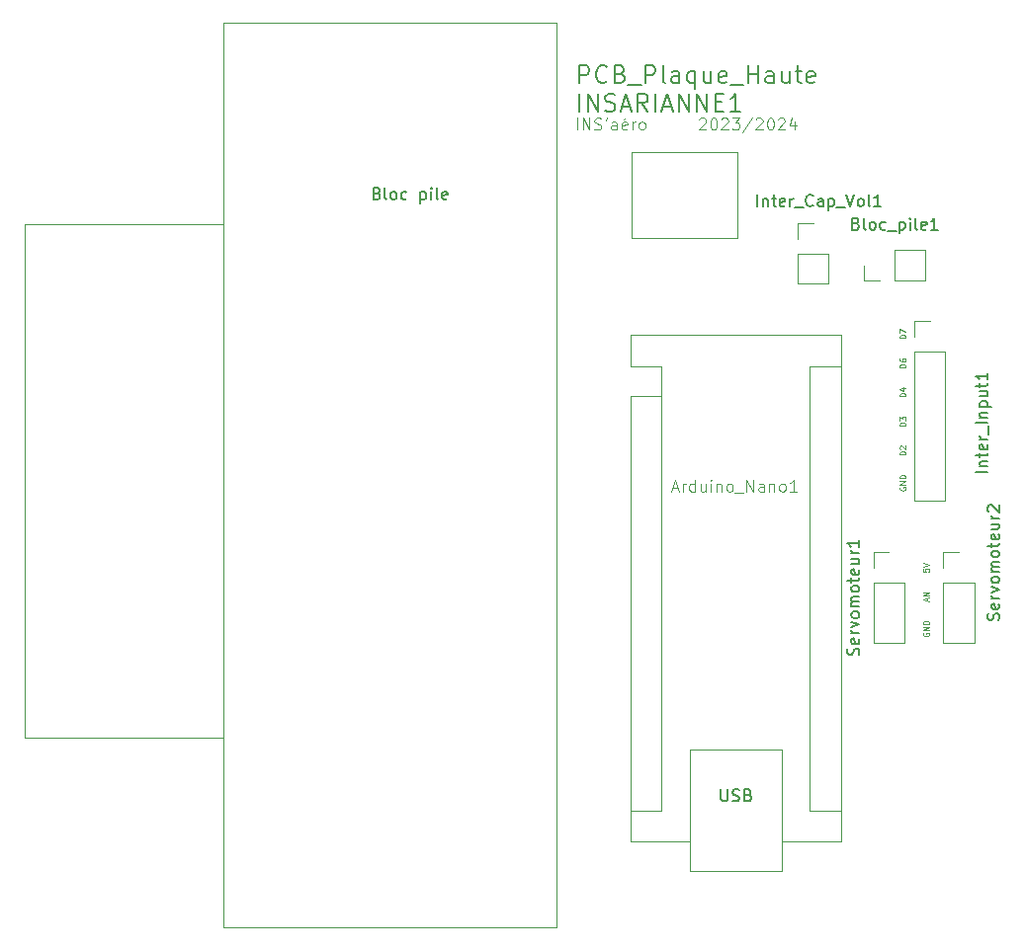
<source format=gbr>
%TF.GenerationSoftware,KiCad,Pcbnew,8.0.1*%
%TF.CreationDate,2024-06-11T18:43:04+02:00*%
%TF.ProjectId,PCB_Plaque_Haute,5043425f-506c-4617-9175-655f48617574,C.Roche*%
%TF.SameCoordinates,Original*%
%TF.FileFunction,Legend,Top*%
%TF.FilePolarity,Positive*%
%FSLAX46Y46*%
G04 Gerber Fmt 4.6, Leading zero omitted, Abs format (unit mm)*
G04 Created by KiCad (PCBNEW 8.0.1) date 2024-06-11 18:43:04*
%MOMM*%
%LPD*%
G01*
G04 APERTURE LIST*
%ADD10C,0.100000*%
%ADD11C,0.200000*%
%ADD12C,0.050000*%
%ADD13C,0.125000*%
%ADD14C,0.150000*%
%ADD15C,0.120000*%
G04 APERTURE END LIST*
D10*
X164803884Y-69872419D02*
X164803884Y-68872419D01*
X165280074Y-69872419D02*
X165280074Y-68872419D01*
X165280074Y-68872419D02*
X165851502Y-69872419D01*
X165851502Y-69872419D02*
X165851502Y-68872419D01*
X166280074Y-69824800D02*
X166422931Y-69872419D01*
X166422931Y-69872419D02*
X166661026Y-69872419D01*
X166661026Y-69872419D02*
X166756264Y-69824800D01*
X166756264Y-69824800D02*
X166803883Y-69777180D01*
X166803883Y-69777180D02*
X166851502Y-69681942D01*
X166851502Y-69681942D02*
X166851502Y-69586704D01*
X166851502Y-69586704D02*
X166803883Y-69491466D01*
X166803883Y-69491466D02*
X166756264Y-69443847D01*
X166756264Y-69443847D02*
X166661026Y-69396228D01*
X166661026Y-69396228D02*
X166470550Y-69348609D01*
X166470550Y-69348609D02*
X166375312Y-69300990D01*
X166375312Y-69300990D02*
X166327693Y-69253371D01*
X166327693Y-69253371D02*
X166280074Y-69158133D01*
X166280074Y-69158133D02*
X166280074Y-69062895D01*
X166280074Y-69062895D02*
X166327693Y-68967657D01*
X166327693Y-68967657D02*
X166375312Y-68920038D01*
X166375312Y-68920038D02*
X166470550Y-68872419D01*
X166470550Y-68872419D02*
X166708645Y-68872419D01*
X166708645Y-68872419D02*
X166851502Y-68920038D01*
X167327693Y-68872419D02*
X167232455Y-69062895D01*
X168184835Y-69872419D02*
X168184835Y-69348609D01*
X168184835Y-69348609D02*
X168137216Y-69253371D01*
X168137216Y-69253371D02*
X168041978Y-69205752D01*
X168041978Y-69205752D02*
X167851502Y-69205752D01*
X167851502Y-69205752D02*
X167756264Y-69253371D01*
X168184835Y-69824800D02*
X168089597Y-69872419D01*
X168089597Y-69872419D02*
X167851502Y-69872419D01*
X167851502Y-69872419D02*
X167756264Y-69824800D01*
X167756264Y-69824800D02*
X167708645Y-69729561D01*
X167708645Y-69729561D02*
X167708645Y-69634323D01*
X167708645Y-69634323D02*
X167756264Y-69539085D01*
X167756264Y-69539085D02*
X167851502Y-69491466D01*
X167851502Y-69491466D02*
X168089597Y-69491466D01*
X168089597Y-69491466D02*
X168184835Y-69443847D01*
X169041978Y-69824800D02*
X168946740Y-69872419D01*
X168946740Y-69872419D02*
X168756264Y-69872419D01*
X168756264Y-69872419D02*
X168661026Y-69824800D01*
X168661026Y-69824800D02*
X168613407Y-69729561D01*
X168613407Y-69729561D02*
X168613407Y-69348609D01*
X168613407Y-69348609D02*
X168661026Y-69253371D01*
X168661026Y-69253371D02*
X168756264Y-69205752D01*
X168756264Y-69205752D02*
X168946740Y-69205752D01*
X168946740Y-69205752D02*
X169041978Y-69253371D01*
X169041978Y-69253371D02*
X169089597Y-69348609D01*
X169089597Y-69348609D02*
X169089597Y-69443847D01*
X169089597Y-69443847D02*
X168613407Y-69539085D01*
X168946740Y-68824800D02*
X168803883Y-68967657D01*
X169518169Y-69872419D02*
X169518169Y-69205752D01*
X169518169Y-69396228D02*
X169565788Y-69300990D01*
X169565788Y-69300990D02*
X169613407Y-69253371D01*
X169613407Y-69253371D02*
X169708645Y-69205752D01*
X169708645Y-69205752D02*
X169803883Y-69205752D01*
X170280074Y-69872419D02*
X170184836Y-69824800D01*
X170184836Y-69824800D02*
X170137217Y-69777180D01*
X170137217Y-69777180D02*
X170089598Y-69681942D01*
X170089598Y-69681942D02*
X170089598Y-69396228D01*
X170089598Y-69396228D02*
X170137217Y-69300990D01*
X170137217Y-69300990D02*
X170184836Y-69253371D01*
X170184836Y-69253371D02*
X170280074Y-69205752D01*
X170280074Y-69205752D02*
X170422931Y-69205752D01*
X170422931Y-69205752D02*
X170518169Y-69253371D01*
X170518169Y-69253371D02*
X170565788Y-69300990D01*
X170565788Y-69300990D02*
X170613407Y-69396228D01*
X170613407Y-69396228D02*
X170613407Y-69681942D01*
X170613407Y-69681942D02*
X170565788Y-69777180D01*
X170565788Y-69777180D02*
X170518169Y-69824800D01*
X170518169Y-69824800D02*
X170422931Y-69872419D01*
X170422931Y-69872419D02*
X170280074Y-69872419D01*
X175256265Y-68967657D02*
X175303884Y-68920038D01*
X175303884Y-68920038D02*
X175399122Y-68872419D01*
X175399122Y-68872419D02*
X175637217Y-68872419D01*
X175637217Y-68872419D02*
X175732455Y-68920038D01*
X175732455Y-68920038D02*
X175780074Y-68967657D01*
X175780074Y-68967657D02*
X175827693Y-69062895D01*
X175827693Y-69062895D02*
X175827693Y-69158133D01*
X175827693Y-69158133D02*
X175780074Y-69300990D01*
X175780074Y-69300990D02*
X175208646Y-69872419D01*
X175208646Y-69872419D02*
X175827693Y-69872419D01*
X176446741Y-68872419D02*
X176541979Y-68872419D01*
X176541979Y-68872419D02*
X176637217Y-68920038D01*
X176637217Y-68920038D02*
X176684836Y-68967657D01*
X176684836Y-68967657D02*
X176732455Y-69062895D01*
X176732455Y-69062895D02*
X176780074Y-69253371D01*
X176780074Y-69253371D02*
X176780074Y-69491466D01*
X176780074Y-69491466D02*
X176732455Y-69681942D01*
X176732455Y-69681942D02*
X176684836Y-69777180D01*
X176684836Y-69777180D02*
X176637217Y-69824800D01*
X176637217Y-69824800D02*
X176541979Y-69872419D01*
X176541979Y-69872419D02*
X176446741Y-69872419D01*
X176446741Y-69872419D02*
X176351503Y-69824800D01*
X176351503Y-69824800D02*
X176303884Y-69777180D01*
X176303884Y-69777180D02*
X176256265Y-69681942D01*
X176256265Y-69681942D02*
X176208646Y-69491466D01*
X176208646Y-69491466D02*
X176208646Y-69253371D01*
X176208646Y-69253371D02*
X176256265Y-69062895D01*
X176256265Y-69062895D02*
X176303884Y-68967657D01*
X176303884Y-68967657D02*
X176351503Y-68920038D01*
X176351503Y-68920038D02*
X176446741Y-68872419D01*
X177161027Y-68967657D02*
X177208646Y-68920038D01*
X177208646Y-68920038D02*
X177303884Y-68872419D01*
X177303884Y-68872419D02*
X177541979Y-68872419D01*
X177541979Y-68872419D02*
X177637217Y-68920038D01*
X177637217Y-68920038D02*
X177684836Y-68967657D01*
X177684836Y-68967657D02*
X177732455Y-69062895D01*
X177732455Y-69062895D02*
X177732455Y-69158133D01*
X177732455Y-69158133D02*
X177684836Y-69300990D01*
X177684836Y-69300990D02*
X177113408Y-69872419D01*
X177113408Y-69872419D02*
X177732455Y-69872419D01*
X178065789Y-68872419D02*
X178684836Y-68872419D01*
X178684836Y-68872419D02*
X178351503Y-69253371D01*
X178351503Y-69253371D02*
X178494360Y-69253371D01*
X178494360Y-69253371D02*
X178589598Y-69300990D01*
X178589598Y-69300990D02*
X178637217Y-69348609D01*
X178637217Y-69348609D02*
X178684836Y-69443847D01*
X178684836Y-69443847D02*
X178684836Y-69681942D01*
X178684836Y-69681942D02*
X178637217Y-69777180D01*
X178637217Y-69777180D02*
X178589598Y-69824800D01*
X178589598Y-69824800D02*
X178494360Y-69872419D01*
X178494360Y-69872419D02*
X178208646Y-69872419D01*
X178208646Y-69872419D02*
X178113408Y-69824800D01*
X178113408Y-69824800D02*
X178065789Y-69777180D01*
X179827693Y-68824800D02*
X178970551Y-70110514D01*
X180113408Y-68967657D02*
X180161027Y-68920038D01*
X180161027Y-68920038D02*
X180256265Y-68872419D01*
X180256265Y-68872419D02*
X180494360Y-68872419D01*
X180494360Y-68872419D02*
X180589598Y-68920038D01*
X180589598Y-68920038D02*
X180637217Y-68967657D01*
X180637217Y-68967657D02*
X180684836Y-69062895D01*
X180684836Y-69062895D02*
X180684836Y-69158133D01*
X180684836Y-69158133D02*
X180637217Y-69300990D01*
X180637217Y-69300990D02*
X180065789Y-69872419D01*
X180065789Y-69872419D02*
X180684836Y-69872419D01*
X181303884Y-68872419D02*
X181399122Y-68872419D01*
X181399122Y-68872419D02*
X181494360Y-68920038D01*
X181494360Y-68920038D02*
X181541979Y-68967657D01*
X181541979Y-68967657D02*
X181589598Y-69062895D01*
X181589598Y-69062895D02*
X181637217Y-69253371D01*
X181637217Y-69253371D02*
X181637217Y-69491466D01*
X181637217Y-69491466D02*
X181589598Y-69681942D01*
X181589598Y-69681942D02*
X181541979Y-69777180D01*
X181541979Y-69777180D02*
X181494360Y-69824800D01*
X181494360Y-69824800D02*
X181399122Y-69872419D01*
X181399122Y-69872419D02*
X181303884Y-69872419D01*
X181303884Y-69872419D02*
X181208646Y-69824800D01*
X181208646Y-69824800D02*
X181161027Y-69777180D01*
X181161027Y-69777180D02*
X181113408Y-69681942D01*
X181113408Y-69681942D02*
X181065789Y-69491466D01*
X181065789Y-69491466D02*
X181065789Y-69253371D01*
X181065789Y-69253371D02*
X181113408Y-69062895D01*
X181113408Y-69062895D02*
X181161027Y-68967657D01*
X181161027Y-68967657D02*
X181208646Y-68920038D01*
X181208646Y-68920038D02*
X181303884Y-68872419D01*
X182018170Y-68967657D02*
X182065789Y-68920038D01*
X182065789Y-68920038D02*
X182161027Y-68872419D01*
X182161027Y-68872419D02*
X182399122Y-68872419D01*
X182399122Y-68872419D02*
X182494360Y-68920038D01*
X182494360Y-68920038D02*
X182541979Y-68967657D01*
X182541979Y-68967657D02*
X182589598Y-69062895D01*
X182589598Y-69062895D02*
X182589598Y-69158133D01*
X182589598Y-69158133D02*
X182541979Y-69300990D01*
X182541979Y-69300990D02*
X181970551Y-69872419D01*
X181970551Y-69872419D02*
X182589598Y-69872419D01*
X183446741Y-69205752D02*
X183446741Y-69872419D01*
X183208646Y-68824800D02*
X182970551Y-69539085D01*
X182970551Y-69539085D02*
X183589598Y-69539085D01*
D11*
X164988720Y-65891112D02*
X164988720Y-64391112D01*
X164988720Y-64391112D02*
X165560149Y-64391112D01*
X165560149Y-64391112D02*
X165703006Y-64462541D01*
X165703006Y-64462541D02*
X165774435Y-64533969D01*
X165774435Y-64533969D02*
X165845863Y-64676826D01*
X165845863Y-64676826D02*
X165845863Y-64891112D01*
X165845863Y-64891112D02*
X165774435Y-65033969D01*
X165774435Y-65033969D02*
X165703006Y-65105398D01*
X165703006Y-65105398D02*
X165560149Y-65176826D01*
X165560149Y-65176826D02*
X164988720Y-65176826D01*
X167345863Y-65748255D02*
X167274435Y-65819684D01*
X167274435Y-65819684D02*
X167060149Y-65891112D01*
X167060149Y-65891112D02*
X166917292Y-65891112D01*
X166917292Y-65891112D02*
X166703006Y-65819684D01*
X166703006Y-65819684D02*
X166560149Y-65676826D01*
X166560149Y-65676826D02*
X166488720Y-65533969D01*
X166488720Y-65533969D02*
X166417292Y-65248255D01*
X166417292Y-65248255D02*
X166417292Y-65033969D01*
X166417292Y-65033969D02*
X166488720Y-64748255D01*
X166488720Y-64748255D02*
X166560149Y-64605398D01*
X166560149Y-64605398D02*
X166703006Y-64462541D01*
X166703006Y-64462541D02*
X166917292Y-64391112D01*
X166917292Y-64391112D02*
X167060149Y-64391112D01*
X167060149Y-64391112D02*
X167274435Y-64462541D01*
X167274435Y-64462541D02*
X167345863Y-64533969D01*
X168488720Y-65105398D02*
X168703006Y-65176826D01*
X168703006Y-65176826D02*
X168774435Y-65248255D01*
X168774435Y-65248255D02*
X168845863Y-65391112D01*
X168845863Y-65391112D02*
X168845863Y-65605398D01*
X168845863Y-65605398D02*
X168774435Y-65748255D01*
X168774435Y-65748255D02*
X168703006Y-65819684D01*
X168703006Y-65819684D02*
X168560149Y-65891112D01*
X168560149Y-65891112D02*
X167988720Y-65891112D01*
X167988720Y-65891112D02*
X167988720Y-64391112D01*
X167988720Y-64391112D02*
X168488720Y-64391112D01*
X168488720Y-64391112D02*
X168631578Y-64462541D01*
X168631578Y-64462541D02*
X168703006Y-64533969D01*
X168703006Y-64533969D02*
X168774435Y-64676826D01*
X168774435Y-64676826D02*
X168774435Y-64819684D01*
X168774435Y-64819684D02*
X168703006Y-64962541D01*
X168703006Y-64962541D02*
X168631578Y-65033969D01*
X168631578Y-65033969D02*
X168488720Y-65105398D01*
X168488720Y-65105398D02*
X167988720Y-65105398D01*
X169131578Y-66033969D02*
X170274435Y-66033969D01*
X170631577Y-65891112D02*
X170631577Y-64391112D01*
X170631577Y-64391112D02*
X171203006Y-64391112D01*
X171203006Y-64391112D02*
X171345863Y-64462541D01*
X171345863Y-64462541D02*
X171417292Y-64533969D01*
X171417292Y-64533969D02*
X171488720Y-64676826D01*
X171488720Y-64676826D02*
X171488720Y-64891112D01*
X171488720Y-64891112D02*
X171417292Y-65033969D01*
X171417292Y-65033969D02*
X171345863Y-65105398D01*
X171345863Y-65105398D02*
X171203006Y-65176826D01*
X171203006Y-65176826D02*
X170631577Y-65176826D01*
X172345863Y-65891112D02*
X172203006Y-65819684D01*
X172203006Y-65819684D02*
X172131577Y-65676826D01*
X172131577Y-65676826D02*
X172131577Y-64391112D01*
X173560149Y-65891112D02*
X173560149Y-65105398D01*
X173560149Y-65105398D02*
X173488720Y-64962541D01*
X173488720Y-64962541D02*
X173345863Y-64891112D01*
X173345863Y-64891112D02*
X173060149Y-64891112D01*
X173060149Y-64891112D02*
X172917291Y-64962541D01*
X173560149Y-65819684D02*
X173417291Y-65891112D01*
X173417291Y-65891112D02*
X173060149Y-65891112D01*
X173060149Y-65891112D02*
X172917291Y-65819684D01*
X172917291Y-65819684D02*
X172845863Y-65676826D01*
X172845863Y-65676826D02*
X172845863Y-65533969D01*
X172845863Y-65533969D02*
X172917291Y-65391112D01*
X172917291Y-65391112D02*
X173060149Y-65319684D01*
X173060149Y-65319684D02*
X173417291Y-65319684D01*
X173417291Y-65319684D02*
X173560149Y-65248255D01*
X174917292Y-64891112D02*
X174917292Y-66391112D01*
X174917292Y-65819684D02*
X174774434Y-65891112D01*
X174774434Y-65891112D02*
X174488720Y-65891112D01*
X174488720Y-65891112D02*
X174345863Y-65819684D01*
X174345863Y-65819684D02*
X174274434Y-65748255D01*
X174274434Y-65748255D02*
X174203006Y-65605398D01*
X174203006Y-65605398D02*
X174203006Y-65176826D01*
X174203006Y-65176826D02*
X174274434Y-65033969D01*
X174274434Y-65033969D02*
X174345863Y-64962541D01*
X174345863Y-64962541D02*
X174488720Y-64891112D01*
X174488720Y-64891112D02*
X174774434Y-64891112D01*
X174774434Y-64891112D02*
X174917292Y-64962541D01*
X176274435Y-64891112D02*
X176274435Y-65891112D01*
X175631577Y-64891112D02*
X175631577Y-65676826D01*
X175631577Y-65676826D02*
X175703006Y-65819684D01*
X175703006Y-65819684D02*
X175845863Y-65891112D01*
X175845863Y-65891112D02*
X176060149Y-65891112D01*
X176060149Y-65891112D02*
X176203006Y-65819684D01*
X176203006Y-65819684D02*
X176274435Y-65748255D01*
X177560149Y-65819684D02*
X177417292Y-65891112D01*
X177417292Y-65891112D02*
X177131578Y-65891112D01*
X177131578Y-65891112D02*
X176988720Y-65819684D01*
X176988720Y-65819684D02*
X176917292Y-65676826D01*
X176917292Y-65676826D02*
X176917292Y-65105398D01*
X176917292Y-65105398D02*
X176988720Y-64962541D01*
X176988720Y-64962541D02*
X177131578Y-64891112D01*
X177131578Y-64891112D02*
X177417292Y-64891112D01*
X177417292Y-64891112D02*
X177560149Y-64962541D01*
X177560149Y-64962541D02*
X177631578Y-65105398D01*
X177631578Y-65105398D02*
X177631578Y-65248255D01*
X177631578Y-65248255D02*
X176917292Y-65391112D01*
X177917292Y-66033969D02*
X179060149Y-66033969D01*
X179417291Y-65891112D02*
X179417291Y-64391112D01*
X179417291Y-65105398D02*
X180274434Y-65105398D01*
X180274434Y-65891112D02*
X180274434Y-64391112D01*
X181631578Y-65891112D02*
X181631578Y-65105398D01*
X181631578Y-65105398D02*
X181560149Y-64962541D01*
X181560149Y-64962541D02*
X181417292Y-64891112D01*
X181417292Y-64891112D02*
X181131578Y-64891112D01*
X181131578Y-64891112D02*
X180988720Y-64962541D01*
X181631578Y-65819684D02*
X181488720Y-65891112D01*
X181488720Y-65891112D02*
X181131578Y-65891112D01*
X181131578Y-65891112D02*
X180988720Y-65819684D01*
X180988720Y-65819684D02*
X180917292Y-65676826D01*
X180917292Y-65676826D02*
X180917292Y-65533969D01*
X180917292Y-65533969D02*
X180988720Y-65391112D01*
X180988720Y-65391112D02*
X181131578Y-65319684D01*
X181131578Y-65319684D02*
X181488720Y-65319684D01*
X181488720Y-65319684D02*
X181631578Y-65248255D01*
X182988721Y-64891112D02*
X182988721Y-65891112D01*
X182345863Y-64891112D02*
X182345863Y-65676826D01*
X182345863Y-65676826D02*
X182417292Y-65819684D01*
X182417292Y-65819684D02*
X182560149Y-65891112D01*
X182560149Y-65891112D02*
X182774435Y-65891112D01*
X182774435Y-65891112D02*
X182917292Y-65819684D01*
X182917292Y-65819684D02*
X182988721Y-65748255D01*
X183488721Y-64891112D02*
X184060149Y-64891112D01*
X183703006Y-64391112D02*
X183703006Y-65676826D01*
X183703006Y-65676826D02*
X183774435Y-65819684D01*
X183774435Y-65819684D02*
X183917292Y-65891112D01*
X183917292Y-65891112D02*
X184060149Y-65891112D01*
X185131578Y-65819684D02*
X184988721Y-65891112D01*
X184988721Y-65891112D02*
X184703007Y-65891112D01*
X184703007Y-65891112D02*
X184560149Y-65819684D01*
X184560149Y-65819684D02*
X184488721Y-65676826D01*
X184488721Y-65676826D02*
X184488721Y-65105398D01*
X184488721Y-65105398D02*
X184560149Y-64962541D01*
X184560149Y-64962541D02*
X184703007Y-64891112D01*
X184703007Y-64891112D02*
X184988721Y-64891112D01*
X184988721Y-64891112D02*
X185131578Y-64962541D01*
X185131578Y-64962541D02*
X185203007Y-65105398D01*
X185203007Y-65105398D02*
X185203007Y-65248255D01*
X185203007Y-65248255D02*
X184488721Y-65391112D01*
X164988720Y-68306028D02*
X164988720Y-66806028D01*
X165703006Y-68306028D02*
X165703006Y-66806028D01*
X165703006Y-66806028D02*
X166560149Y-68306028D01*
X166560149Y-68306028D02*
X166560149Y-66806028D01*
X167203007Y-68234600D02*
X167417293Y-68306028D01*
X167417293Y-68306028D02*
X167774435Y-68306028D01*
X167774435Y-68306028D02*
X167917293Y-68234600D01*
X167917293Y-68234600D02*
X167988721Y-68163171D01*
X167988721Y-68163171D02*
X168060150Y-68020314D01*
X168060150Y-68020314D02*
X168060150Y-67877457D01*
X168060150Y-67877457D02*
X167988721Y-67734600D01*
X167988721Y-67734600D02*
X167917293Y-67663171D01*
X167917293Y-67663171D02*
X167774435Y-67591742D01*
X167774435Y-67591742D02*
X167488721Y-67520314D01*
X167488721Y-67520314D02*
X167345864Y-67448885D01*
X167345864Y-67448885D02*
X167274435Y-67377457D01*
X167274435Y-67377457D02*
X167203007Y-67234600D01*
X167203007Y-67234600D02*
X167203007Y-67091742D01*
X167203007Y-67091742D02*
X167274435Y-66948885D01*
X167274435Y-66948885D02*
X167345864Y-66877457D01*
X167345864Y-66877457D02*
X167488721Y-66806028D01*
X167488721Y-66806028D02*
X167845864Y-66806028D01*
X167845864Y-66806028D02*
X168060150Y-66877457D01*
X168631578Y-67877457D02*
X169345864Y-67877457D01*
X168488721Y-68306028D02*
X168988721Y-66806028D01*
X168988721Y-66806028D02*
X169488721Y-68306028D01*
X170845863Y-68306028D02*
X170345863Y-67591742D01*
X169988720Y-68306028D02*
X169988720Y-66806028D01*
X169988720Y-66806028D02*
X170560149Y-66806028D01*
X170560149Y-66806028D02*
X170703006Y-66877457D01*
X170703006Y-66877457D02*
X170774435Y-66948885D01*
X170774435Y-66948885D02*
X170845863Y-67091742D01*
X170845863Y-67091742D02*
X170845863Y-67306028D01*
X170845863Y-67306028D02*
X170774435Y-67448885D01*
X170774435Y-67448885D02*
X170703006Y-67520314D01*
X170703006Y-67520314D02*
X170560149Y-67591742D01*
X170560149Y-67591742D02*
X169988720Y-67591742D01*
X171488720Y-68306028D02*
X171488720Y-66806028D01*
X172131578Y-67877457D02*
X172845864Y-67877457D01*
X171988721Y-68306028D02*
X172488721Y-66806028D01*
X172488721Y-66806028D02*
X172988721Y-68306028D01*
X173488720Y-68306028D02*
X173488720Y-66806028D01*
X173488720Y-66806028D02*
X174345863Y-68306028D01*
X174345863Y-68306028D02*
X174345863Y-66806028D01*
X175060149Y-68306028D02*
X175060149Y-66806028D01*
X175060149Y-66806028D02*
X175917292Y-68306028D01*
X175917292Y-68306028D02*
X175917292Y-66806028D01*
X176631578Y-67520314D02*
X177131578Y-67520314D01*
X177345864Y-68306028D02*
X176631578Y-68306028D01*
X176631578Y-68306028D02*
X176631578Y-66806028D01*
X176631578Y-66806028D02*
X177345864Y-66806028D01*
X178774436Y-68306028D02*
X177917293Y-68306028D01*
X178345864Y-68306028D02*
X178345864Y-66806028D01*
X178345864Y-66806028D02*
X178203007Y-67020314D01*
X178203007Y-67020314D02*
X178060150Y-67163171D01*
X178060150Y-67163171D02*
X177917293Y-67234600D01*
D10*
X117500000Y-122000000D02*
X134500000Y-122000000D01*
X117500000Y-78000000D02*
X117500000Y-122000000D01*
D12*
X134500000Y-60750000D02*
X163000000Y-60750000D01*
X163000000Y-138250000D01*
X134500000Y-138250000D01*
X134500000Y-60750000D01*
D10*
X134500000Y-78000000D02*
X117500000Y-78000000D01*
D13*
X192456119Y-100536811D02*
X192432309Y-100584430D01*
X192432309Y-100584430D02*
X192432309Y-100655859D01*
X192432309Y-100655859D02*
X192456119Y-100727287D01*
X192456119Y-100727287D02*
X192503738Y-100774906D01*
X192503738Y-100774906D02*
X192551357Y-100798716D01*
X192551357Y-100798716D02*
X192646595Y-100822525D01*
X192646595Y-100822525D02*
X192718023Y-100822525D01*
X192718023Y-100822525D02*
X192813261Y-100798716D01*
X192813261Y-100798716D02*
X192860880Y-100774906D01*
X192860880Y-100774906D02*
X192908500Y-100727287D01*
X192908500Y-100727287D02*
X192932309Y-100655859D01*
X192932309Y-100655859D02*
X192932309Y-100608240D01*
X192932309Y-100608240D02*
X192908500Y-100536811D01*
X192908500Y-100536811D02*
X192884690Y-100513002D01*
X192884690Y-100513002D02*
X192718023Y-100513002D01*
X192718023Y-100513002D02*
X192718023Y-100608240D01*
X192932309Y-100298716D02*
X192432309Y-100298716D01*
X192432309Y-100298716D02*
X192932309Y-100013002D01*
X192932309Y-100013002D02*
X192432309Y-100013002D01*
X192932309Y-99774906D02*
X192432309Y-99774906D01*
X192432309Y-99774906D02*
X192432309Y-99655858D01*
X192432309Y-99655858D02*
X192456119Y-99584430D01*
X192456119Y-99584430D02*
X192503738Y-99536811D01*
X192503738Y-99536811D02*
X192551357Y-99513001D01*
X192551357Y-99513001D02*
X192646595Y-99489192D01*
X192646595Y-99489192D02*
X192718023Y-99489192D01*
X192718023Y-99489192D02*
X192813261Y-99513001D01*
X192813261Y-99513001D02*
X192860880Y-99536811D01*
X192860880Y-99536811D02*
X192908500Y-99584430D01*
X192908500Y-99584430D02*
X192932309Y-99655858D01*
X192932309Y-99655858D02*
X192932309Y-99774906D01*
X192932309Y-97751098D02*
X192432309Y-97751098D01*
X192432309Y-97751098D02*
X192432309Y-97632050D01*
X192432309Y-97632050D02*
X192456119Y-97560622D01*
X192456119Y-97560622D02*
X192503738Y-97513003D01*
X192503738Y-97513003D02*
X192551357Y-97489193D01*
X192551357Y-97489193D02*
X192646595Y-97465384D01*
X192646595Y-97465384D02*
X192718023Y-97465384D01*
X192718023Y-97465384D02*
X192813261Y-97489193D01*
X192813261Y-97489193D02*
X192860880Y-97513003D01*
X192860880Y-97513003D02*
X192908500Y-97560622D01*
X192908500Y-97560622D02*
X192932309Y-97632050D01*
X192932309Y-97632050D02*
X192932309Y-97751098D01*
X192479928Y-97274907D02*
X192456119Y-97251098D01*
X192456119Y-97251098D02*
X192432309Y-97203479D01*
X192432309Y-97203479D02*
X192432309Y-97084431D01*
X192432309Y-97084431D02*
X192456119Y-97036812D01*
X192456119Y-97036812D02*
X192479928Y-97013003D01*
X192479928Y-97013003D02*
X192527547Y-96989193D01*
X192527547Y-96989193D02*
X192575166Y-96989193D01*
X192575166Y-96989193D02*
X192646595Y-97013003D01*
X192646595Y-97013003D02*
X192932309Y-97298717D01*
X192932309Y-97298717D02*
X192932309Y-96989193D01*
X192932309Y-95251100D02*
X192432309Y-95251100D01*
X192432309Y-95251100D02*
X192432309Y-95132052D01*
X192432309Y-95132052D02*
X192456119Y-95060624D01*
X192456119Y-95060624D02*
X192503738Y-95013005D01*
X192503738Y-95013005D02*
X192551357Y-94989195D01*
X192551357Y-94989195D02*
X192646595Y-94965386D01*
X192646595Y-94965386D02*
X192718023Y-94965386D01*
X192718023Y-94965386D02*
X192813261Y-94989195D01*
X192813261Y-94989195D02*
X192860880Y-95013005D01*
X192860880Y-95013005D02*
X192908500Y-95060624D01*
X192908500Y-95060624D02*
X192932309Y-95132052D01*
X192932309Y-95132052D02*
X192932309Y-95251100D01*
X192432309Y-94798719D02*
X192432309Y-94489195D01*
X192432309Y-94489195D02*
X192622785Y-94655862D01*
X192622785Y-94655862D02*
X192622785Y-94584433D01*
X192622785Y-94584433D02*
X192646595Y-94536814D01*
X192646595Y-94536814D02*
X192670404Y-94513005D01*
X192670404Y-94513005D02*
X192718023Y-94489195D01*
X192718023Y-94489195D02*
X192837071Y-94489195D01*
X192837071Y-94489195D02*
X192884690Y-94513005D01*
X192884690Y-94513005D02*
X192908500Y-94536814D01*
X192908500Y-94536814D02*
X192932309Y-94584433D01*
X192932309Y-94584433D02*
X192932309Y-94727290D01*
X192932309Y-94727290D02*
X192908500Y-94774909D01*
X192908500Y-94774909D02*
X192884690Y-94798719D01*
X192932309Y-92751102D02*
X192432309Y-92751102D01*
X192432309Y-92751102D02*
X192432309Y-92632054D01*
X192432309Y-92632054D02*
X192456119Y-92560626D01*
X192456119Y-92560626D02*
X192503738Y-92513007D01*
X192503738Y-92513007D02*
X192551357Y-92489197D01*
X192551357Y-92489197D02*
X192646595Y-92465388D01*
X192646595Y-92465388D02*
X192718023Y-92465388D01*
X192718023Y-92465388D02*
X192813261Y-92489197D01*
X192813261Y-92489197D02*
X192860880Y-92513007D01*
X192860880Y-92513007D02*
X192908500Y-92560626D01*
X192908500Y-92560626D02*
X192932309Y-92632054D01*
X192932309Y-92632054D02*
X192932309Y-92751102D01*
X192598976Y-92036816D02*
X192932309Y-92036816D01*
X192408500Y-92155864D02*
X192765642Y-92274911D01*
X192765642Y-92274911D02*
X192765642Y-91965388D01*
X192932309Y-90251104D02*
X192432309Y-90251104D01*
X192432309Y-90251104D02*
X192432309Y-90132056D01*
X192432309Y-90132056D02*
X192456119Y-90060628D01*
X192456119Y-90060628D02*
X192503738Y-90013009D01*
X192503738Y-90013009D02*
X192551357Y-89989199D01*
X192551357Y-89989199D02*
X192646595Y-89965390D01*
X192646595Y-89965390D02*
X192718023Y-89965390D01*
X192718023Y-89965390D02*
X192813261Y-89989199D01*
X192813261Y-89989199D02*
X192860880Y-90013009D01*
X192860880Y-90013009D02*
X192908500Y-90060628D01*
X192908500Y-90060628D02*
X192932309Y-90132056D01*
X192932309Y-90132056D02*
X192932309Y-90251104D01*
X192432309Y-89536818D02*
X192432309Y-89632056D01*
X192432309Y-89632056D02*
X192456119Y-89679675D01*
X192456119Y-89679675D02*
X192479928Y-89703485D01*
X192479928Y-89703485D02*
X192551357Y-89751104D01*
X192551357Y-89751104D02*
X192646595Y-89774913D01*
X192646595Y-89774913D02*
X192837071Y-89774913D01*
X192837071Y-89774913D02*
X192884690Y-89751104D01*
X192884690Y-89751104D02*
X192908500Y-89727294D01*
X192908500Y-89727294D02*
X192932309Y-89679675D01*
X192932309Y-89679675D02*
X192932309Y-89584437D01*
X192932309Y-89584437D02*
X192908500Y-89536818D01*
X192908500Y-89536818D02*
X192884690Y-89513009D01*
X192884690Y-89513009D02*
X192837071Y-89489199D01*
X192837071Y-89489199D02*
X192718023Y-89489199D01*
X192718023Y-89489199D02*
X192670404Y-89513009D01*
X192670404Y-89513009D02*
X192646595Y-89536818D01*
X192646595Y-89536818D02*
X192622785Y-89584437D01*
X192622785Y-89584437D02*
X192622785Y-89679675D01*
X192622785Y-89679675D02*
X192646595Y-89727294D01*
X192646595Y-89727294D02*
X192670404Y-89751104D01*
X192670404Y-89751104D02*
X192718023Y-89774913D01*
X192932309Y-87751106D02*
X192432309Y-87751106D01*
X192432309Y-87751106D02*
X192432309Y-87632058D01*
X192432309Y-87632058D02*
X192456119Y-87560630D01*
X192456119Y-87560630D02*
X192503738Y-87513011D01*
X192503738Y-87513011D02*
X192551357Y-87489201D01*
X192551357Y-87489201D02*
X192646595Y-87465392D01*
X192646595Y-87465392D02*
X192718023Y-87465392D01*
X192718023Y-87465392D02*
X192813261Y-87489201D01*
X192813261Y-87489201D02*
X192860880Y-87513011D01*
X192860880Y-87513011D02*
X192908500Y-87560630D01*
X192908500Y-87560630D02*
X192932309Y-87632058D01*
X192932309Y-87632058D02*
X192932309Y-87751106D01*
X192432309Y-87298725D02*
X192432309Y-86965392D01*
X192432309Y-86965392D02*
X192932309Y-87179677D01*
D14*
X147670112Y-75346009D02*
X147812969Y-75393628D01*
X147812969Y-75393628D02*
X147860588Y-75441247D01*
X147860588Y-75441247D02*
X147908207Y-75536485D01*
X147908207Y-75536485D02*
X147908207Y-75679342D01*
X147908207Y-75679342D02*
X147860588Y-75774580D01*
X147860588Y-75774580D02*
X147812969Y-75822200D01*
X147812969Y-75822200D02*
X147717731Y-75869819D01*
X147717731Y-75869819D02*
X147336779Y-75869819D01*
X147336779Y-75869819D02*
X147336779Y-74869819D01*
X147336779Y-74869819D02*
X147670112Y-74869819D01*
X147670112Y-74869819D02*
X147765350Y-74917438D01*
X147765350Y-74917438D02*
X147812969Y-74965057D01*
X147812969Y-74965057D02*
X147860588Y-75060295D01*
X147860588Y-75060295D02*
X147860588Y-75155533D01*
X147860588Y-75155533D02*
X147812969Y-75250771D01*
X147812969Y-75250771D02*
X147765350Y-75298390D01*
X147765350Y-75298390D02*
X147670112Y-75346009D01*
X147670112Y-75346009D02*
X147336779Y-75346009D01*
X148479636Y-75869819D02*
X148384398Y-75822200D01*
X148384398Y-75822200D02*
X148336779Y-75726961D01*
X148336779Y-75726961D02*
X148336779Y-74869819D01*
X149003446Y-75869819D02*
X148908208Y-75822200D01*
X148908208Y-75822200D02*
X148860589Y-75774580D01*
X148860589Y-75774580D02*
X148812970Y-75679342D01*
X148812970Y-75679342D02*
X148812970Y-75393628D01*
X148812970Y-75393628D02*
X148860589Y-75298390D01*
X148860589Y-75298390D02*
X148908208Y-75250771D01*
X148908208Y-75250771D02*
X149003446Y-75203152D01*
X149003446Y-75203152D02*
X149146303Y-75203152D01*
X149146303Y-75203152D02*
X149241541Y-75250771D01*
X149241541Y-75250771D02*
X149289160Y-75298390D01*
X149289160Y-75298390D02*
X149336779Y-75393628D01*
X149336779Y-75393628D02*
X149336779Y-75679342D01*
X149336779Y-75679342D02*
X149289160Y-75774580D01*
X149289160Y-75774580D02*
X149241541Y-75822200D01*
X149241541Y-75822200D02*
X149146303Y-75869819D01*
X149146303Y-75869819D02*
X149003446Y-75869819D01*
X150193922Y-75822200D02*
X150098684Y-75869819D01*
X150098684Y-75869819D02*
X149908208Y-75869819D01*
X149908208Y-75869819D02*
X149812970Y-75822200D01*
X149812970Y-75822200D02*
X149765351Y-75774580D01*
X149765351Y-75774580D02*
X149717732Y-75679342D01*
X149717732Y-75679342D02*
X149717732Y-75393628D01*
X149717732Y-75393628D02*
X149765351Y-75298390D01*
X149765351Y-75298390D02*
X149812970Y-75250771D01*
X149812970Y-75250771D02*
X149908208Y-75203152D01*
X149908208Y-75203152D02*
X150098684Y-75203152D01*
X150098684Y-75203152D02*
X150193922Y-75250771D01*
X151384399Y-75203152D02*
X151384399Y-76203152D01*
X151384399Y-75250771D02*
X151479637Y-75203152D01*
X151479637Y-75203152D02*
X151670113Y-75203152D01*
X151670113Y-75203152D02*
X151765351Y-75250771D01*
X151765351Y-75250771D02*
X151812970Y-75298390D01*
X151812970Y-75298390D02*
X151860589Y-75393628D01*
X151860589Y-75393628D02*
X151860589Y-75679342D01*
X151860589Y-75679342D02*
X151812970Y-75774580D01*
X151812970Y-75774580D02*
X151765351Y-75822200D01*
X151765351Y-75822200D02*
X151670113Y-75869819D01*
X151670113Y-75869819D02*
X151479637Y-75869819D01*
X151479637Y-75869819D02*
X151384399Y-75822200D01*
X152289161Y-75869819D02*
X152289161Y-75203152D01*
X152289161Y-74869819D02*
X152241542Y-74917438D01*
X152241542Y-74917438D02*
X152289161Y-74965057D01*
X152289161Y-74965057D02*
X152336780Y-74917438D01*
X152336780Y-74917438D02*
X152289161Y-74869819D01*
X152289161Y-74869819D02*
X152289161Y-74965057D01*
X152908208Y-75869819D02*
X152812970Y-75822200D01*
X152812970Y-75822200D02*
X152765351Y-75726961D01*
X152765351Y-75726961D02*
X152765351Y-74869819D01*
X153670113Y-75822200D02*
X153574875Y-75869819D01*
X153574875Y-75869819D02*
X153384399Y-75869819D01*
X153384399Y-75869819D02*
X153289161Y-75822200D01*
X153289161Y-75822200D02*
X153241542Y-75726961D01*
X153241542Y-75726961D02*
X153241542Y-75346009D01*
X153241542Y-75346009D02*
X153289161Y-75250771D01*
X153289161Y-75250771D02*
X153384399Y-75203152D01*
X153384399Y-75203152D02*
X153574875Y-75203152D01*
X153574875Y-75203152D02*
X153670113Y-75250771D01*
X153670113Y-75250771D02*
X153717732Y-75346009D01*
X153717732Y-75346009D02*
X153717732Y-75441247D01*
X153717732Y-75441247D02*
X153241542Y-75536485D01*
D13*
X194456119Y-113036811D02*
X194432309Y-113084430D01*
X194432309Y-113084430D02*
X194432309Y-113155859D01*
X194432309Y-113155859D02*
X194456119Y-113227287D01*
X194456119Y-113227287D02*
X194503738Y-113274906D01*
X194503738Y-113274906D02*
X194551357Y-113298716D01*
X194551357Y-113298716D02*
X194646595Y-113322525D01*
X194646595Y-113322525D02*
X194718023Y-113322525D01*
X194718023Y-113322525D02*
X194813261Y-113298716D01*
X194813261Y-113298716D02*
X194860880Y-113274906D01*
X194860880Y-113274906D02*
X194908500Y-113227287D01*
X194908500Y-113227287D02*
X194932309Y-113155859D01*
X194932309Y-113155859D02*
X194932309Y-113108240D01*
X194932309Y-113108240D02*
X194908500Y-113036811D01*
X194908500Y-113036811D02*
X194884690Y-113013002D01*
X194884690Y-113013002D02*
X194718023Y-113013002D01*
X194718023Y-113013002D02*
X194718023Y-113108240D01*
X194932309Y-112798716D02*
X194432309Y-112798716D01*
X194432309Y-112798716D02*
X194932309Y-112513002D01*
X194932309Y-112513002D02*
X194432309Y-112513002D01*
X194932309Y-112274906D02*
X194432309Y-112274906D01*
X194432309Y-112274906D02*
X194432309Y-112155858D01*
X194432309Y-112155858D02*
X194456119Y-112084430D01*
X194456119Y-112084430D02*
X194503738Y-112036811D01*
X194503738Y-112036811D02*
X194551357Y-112013001D01*
X194551357Y-112013001D02*
X194646595Y-111989192D01*
X194646595Y-111989192D02*
X194718023Y-111989192D01*
X194718023Y-111989192D02*
X194813261Y-112013001D01*
X194813261Y-112013001D02*
X194860880Y-112036811D01*
X194860880Y-112036811D02*
X194908500Y-112084430D01*
X194908500Y-112084430D02*
X194932309Y-112155858D01*
X194932309Y-112155858D02*
X194932309Y-112274906D01*
X194789452Y-110274907D02*
X194789452Y-110036812D01*
X194932309Y-110322526D02*
X194432309Y-110155860D01*
X194432309Y-110155860D02*
X194932309Y-109989193D01*
X194932309Y-109822527D02*
X194432309Y-109822527D01*
X194432309Y-109822527D02*
X194932309Y-109536813D01*
X194932309Y-109536813D02*
X194432309Y-109536813D01*
X194432309Y-107536814D02*
X194432309Y-107774909D01*
X194432309Y-107774909D02*
X194670404Y-107798718D01*
X194670404Y-107798718D02*
X194646595Y-107774909D01*
X194646595Y-107774909D02*
X194622785Y-107727290D01*
X194622785Y-107727290D02*
X194622785Y-107608242D01*
X194622785Y-107608242D02*
X194646595Y-107560623D01*
X194646595Y-107560623D02*
X194670404Y-107536814D01*
X194670404Y-107536814D02*
X194718023Y-107513004D01*
X194718023Y-107513004D02*
X194837071Y-107513004D01*
X194837071Y-107513004D02*
X194884690Y-107536814D01*
X194884690Y-107536814D02*
X194908500Y-107560623D01*
X194908500Y-107560623D02*
X194932309Y-107608242D01*
X194932309Y-107608242D02*
X194932309Y-107727290D01*
X194932309Y-107727290D02*
X194908500Y-107774909D01*
X194908500Y-107774909D02*
X194884690Y-107798718D01*
X194432309Y-107370147D02*
X194932309Y-107203481D01*
X194932309Y-107203481D02*
X194432309Y-107036814D01*
D14*
X199954819Y-99214285D02*
X198954819Y-99214285D01*
X199288152Y-98738095D02*
X199954819Y-98738095D01*
X199383390Y-98738095D02*
X199335771Y-98690476D01*
X199335771Y-98690476D02*
X199288152Y-98595238D01*
X199288152Y-98595238D02*
X199288152Y-98452381D01*
X199288152Y-98452381D02*
X199335771Y-98357143D01*
X199335771Y-98357143D02*
X199431009Y-98309524D01*
X199431009Y-98309524D02*
X199954819Y-98309524D01*
X199288152Y-97976190D02*
X199288152Y-97595238D01*
X198954819Y-97833333D02*
X199811961Y-97833333D01*
X199811961Y-97833333D02*
X199907200Y-97785714D01*
X199907200Y-97785714D02*
X199954819Y-97690476D01*
X199954819Y-97690476D02*
X199954819Y-97595238D01*
X199907200Y-96880952D02*
X199954819Y-96976190D01*
X199954819Y-96976190D02*
X199954819Y-97166666D01*
X199954819Y-97166666D02*
X199907200Y-97261904D01*
X199907200Y-97261904D02*
X199811961Y-97309523D01*
X199811961Y-97309523D02*
X199431009Y-97309523D01*
X199431009Y-97309523D02*
X199335771Y-97261904D01*
X199335771Y-97261904D02*
X199288152Y-97166666D01*
X199288152Y-97166666D02*
X199288152Y-96976190D01*
X199288152Y-96976190D02*
X199335771Y-96880952D01*
X199335771Y-96880952D02*
X199431009Y-96833333D01*
X199431009Y-96833333D02*
X199526247Y-96833333D01*
X199526247Y-96833333D02*
X199621485Y-97309523D01*
X199954819Y-96404761D02*
X199288152Y-96404761D01*
X199478628Y-96404761D02*
X199383390Y-96357142D01*
X199383390Y-96357142D02*
X199335771Y-96309523D01*
X199335771Y-96309523D02*
X199288152Y-96214285D01*
X199288152Y-96214285D02*
X199288152Y-96119047D01*
X200050057Y-96023809D02*
X200050057Y-95261904D01*
X199954819Y-95023808D02*
X198954819Y-95023808D01*
X199288152Y-94547618D02*
X199954819Y-94547618D01*
X199383390Y-94547618D02*
X199335771Y-94499999D01*
X199335771Y-94499999D02*
X199288152Y-94404761D01*
X199288152Y-94404761D02*
X199288152Y-94261904D01*
X199288152Y-94261904D02*
X199335771Y-94166666D01*
X199335771Y-94166666D02*
X199431009Y-94119047D01*
X199431009Y-94119047D02*
X199954819Y-94119047D01*
X199288152Y-93642856D02*
X200288152Y-93642856D01*
X199335771Y-93642856D02*
X199288152Y-93547618D01*
X199288152Y-93547618D02*
X199288152Y-93357142D01*
X199288152Y-93357142D02*
X199335771Y-93261904D01*
X199335771Y-93261904D02*
X199383390Y-93214285D01*
X199383390Y-93214285D02*
X199478628Y-93166666D01*
X199478628Y-93166666D02*
X199764342Y-93166666D01*
X199764342Y-93166666D02*
X199859580Y-93214285D01*
X199859580Y-93214285D02*
X199907200Y-93261904D01*
X199907200Y-93261904D02*
X199954819Y-93357142D01*
X199954819Y-93357142D02*
X199954819Y-93547618D01*
X199954819Y-93547618D02*
X199907200Y-93642856D01*
X199288152Y-92309523D02*
X199954819Y-92309523D01*
X199288152Y-92738094D02*
X199811961Y-92738094D01*
X199811961Y-92738094D02*
X199907200Y-92690475D01*
X199907200Y-92690475D02*
X199954819Y-92595237D01*
X199954819Y-92595237D02*
X199954819Y-92452380D01*
X199954819Y-92452380D02*
X199907200Y-92357142D01*
X199907200Y-92357142D02*
X199859580Y-92309523D01*
X199288152Y-91976189D02*
X199288152Y-91595237D01*
X198954819Y-91833332D02*
X199811961Y-91833332D01*
X199811961Y-91833332D02*
X199907200Y-91785713D01*
X199907200Y-91785713D02*
X199954819Y-91690475D01*
X199954819Y-91690475D02*
X199954819Y-91595237D01*
X199954819Y-90738094D02*
X199954819Y-91309522D01*
X199954819Y-91023808D02*
X198954819Y-91023808D01*
X198954819Y-91023808D02*
X199097676Y-91119046D01*
X199097676Y-91119046D02*
X199192914Y-91214284D01*
X199192914Y-91214284D02*
X199240533Y-91309522D01*
X180238094Y-76454819D02*
X180238094Y-75454819D01*
X180714284Y-75788152D02*
X180714284Y-76454819D01*
X180714284Y-75883390D02*
X180761903Y-75835771D01*
X180761903Y-75835771D02*
X180857141Y-75788152D01*
X180857141Y-75788152D02*
X180999998Y-75788152D01*
X180999998Y-75788152D02*
X181095236Y-75835771D01*
X181095236Y-75835771D02*
X181142855Y-75931009D01*
X181142855Y-75931009D02*
X181142855Y-76454819D01*
X181476189Y-75788152D02*
X181857141Y-75788152D01*
X181619046Y-75454819D02*
X181619046Y-76311961D01*
X181619046Y-76311961D02*
X181666665Y-76407200D01*
X181666665Y-76407200D02*
X181761903Y-76454819D01*
X181761903Y-76454819D02*
X181857141Y-76454819D01*
X182571427Y-76407200D02*
X182476189Y-76454819D01*
X182476189Y-76454819D02*
X182285713Y-76454819D01*
X182285713Y-76454819D02*
X182190475Y-76407200D01*
X182190475Y-76407200D02*
X182142856Y-76311961D01*
X182142856Y-76311961D02*
X182142856Y-75931009D01*
X182142856Y-75931009D02*
X182190475Y-75835771D01*
X182190475Y-75835771D02*
X182285713Y-75788152D01*
X182285713Y-75788152D02*
X182476189Y-75788152D01*
X182476189Y-75788152D02*
X182571427Y-75835771D01*
X182571427Y-75835771D02*
X182619046Y-75931009D01*
X182619046Y-75931009D02*
X182619046Y-76026247D01*
X182619046Y-76026247D02*
X182142856Y-76121485D01*
X183047618Y-76454819D02*
X183047618Y-75788152D01*
X183047618Y-75978628D02*
X183095237Y-75883390D01*
X183095237Y-75883390D02*
X183142856Y-75835771D01*
X183142856Y-75835771D02*
X183238094Y-75788152D01*
X183238094Y-75788152D02*
X183333332Y-75788152D01*
X183428571Y-76550057D02*
X184190475Y-76550057D01*
X184999999Y-76359580D02*
X184952380Y-76407200D01*
X184952380Y-76407200D02*
X184809523Y-76454819D01*
X184809523Y-76454819D02*
X184714285Y-76454819D01*
X184714285Y-76454819D02*
X184571428Y-76407200D01*
X184571428Y-76407200D02*
X184476190Y-76311961D01*
X184476190Y-76311961D02*
X184428571Y-76216723D01*
X184428571Y-76216723D02*
X184380952Y-76026247D01*
X184380952Y-76026247D02*
X184380952Y-75883390D01*
X184380952Y-75883390D02*
X184428571Y-75692914D01*
X184428571Y-75692914D02*
X184476190Y-75597676D01*
X184476190Y-75597676D02*
X184571428Y-75502438D01*
X184571428Y-75502438D02*
X184714285Y-75454819D01*
X184714285Y-75454819D02*
X184809523Y-75454819D01*
X184809523Y-75454819D02*
X184952380Y-75502438D01*
X184952380Y-75502438D02*
X184999999Y-75550057D01*
X185857142Y-76454819D02*
X185857142Y-75931009D01*
X185857142Y-75931009D02*
X185809523Y-75835771D01*
X185809523Y-75835771D02*
X185714285Y-75788152D01*
X185714285Y-75788152D02*
X185523809Y-75788152D01*
X185523809Y-75788152D02*
X185428571Y-75835771D01*
X185857142Y-76407200D02*
X185761904Y-76454819D01*
X185761904Y-76454819D02*
X185523809Y-76454819D01*
X185523809Y-76454819D02*
X185428571Y-76407200D01*
X185428571Y-76407200D02*
X185380952Y-76311961D01*
X185380952Y-76311961D02*
X185380952Y-76216723D01*
X185380952Y-76216723D02*
X185428571Y-76121485D01*
X185428571Y-76121485D02*
X185523809Y-76073866D01*
X185523809Y-76073866D02*
X185761904Y-76073866D01*
X185761904Y-76073866D02*
X185857142Y-76026247D01*
X186333333Y-75788152D02*
X186333333Y-76788152D01*
X186333333Y-75835771D02*
X186428571Y-75788152D01*
X186428571Y-75788152D02*
X186619047Y-75788152D01*
X186619047Y-75788152D02*
X186714285Y-75835771D01*
X186714285Y-75835771D02*
X186761904Y-75883390D01*
X186761904Y-75883390D02*
X186809523Y-75978628D01*
X186809523Y-75978628D02*
X186809523Y-76264342D01*
X186809523Y-76264342D02*
X186761904Y-76359580D01*
X186761904Y-76359580D02*
X186714285Y-76407200D01*
X186714285Y-76407200D02*
X186619047Y-76454819D01*
X186619047Y-76454819D02*
X186428571Y-76454819D01*
X186428571Y-76454819D02*
X186333333Y-76407200D01*
X187000000Y-76550057D02*
X187761904Y-76550057D01*
X187857143Y-75454819D02*
X188190476Y-76454819D01*
X188190476Y-76454819D02*
X188523809Y-75454819D01*
X189000000Y-76454819D02*
X188904762Y-76407200D01*
X188904762Y-76407200D02*
X188857143Y-76359580D01*
X188857143Y-76359580D02*
X188809524Y-76264342D01*
X188809524Y-76264342D02*
X188809524Y-75978628D01*
X188809524Y-75978628D02*
X188857143Y-75883390D01*
X188857143Y-75883390D02*
X188904762Y-75835771D01*
X188904762Y-75835771D02*
X189000000Y-75788152D01*
X189000000Y-75788152D02*
X189142857Y-75788152D01*
X189142857Y-75788152D02*
X189238095Y-75835771D01*
X189238095Y-75835771D02*
X189285714Y-75883390D01*
X189285714Y-75883390D02*
X189333333Y-75978628D01*
X189333333Y-75978628D02*
X189333333Y-76264342D01*
X189333333Y-76264342D02*
X189285714Y-76359580D01*
X189285714Y-76359580D02*
X189238095Y-76407200D01*
X189238095Y-76407200D02*
X189142857Y-76454819D01*
X189142857Y-76454819D02*
X189000000Y-76454819D01*
X189904762Y-76454819D02*
X189809524Y-76407200D01*
X189809524Y-76407200D02*
X189761905Y-76311961D01*
X189761905Y-76311961D02*
X189761905Y-75454819D01*
X190809524Y-76454819D02*
X190238096Y-76454819D01*
X190523810Y-76454819D02*
X190523810Y-75454819D01*
X190523810Y-75454819D02*
X190428572Y-75597676D01*
X190428572Y-75597676D02*
X190333334Y-75692914D01*
X190333334Y-75692914D02*
X190238096Y-75740533D01*
X200907200Y-111928571D02*
X200954819Y-111785714D01*
X200954819Y-111785714D02*
X200954819Y-111547619D01*
X200954819Y-111547619D02*
X200907200Y-111452381D01*
X200907200Y-111452381D02*
X200859580Y-111404762D01*
X200859580Y-111404762D02*
X200764342Y-111357143D01*
X200764342Y-111357143D02*
X200669104Y-111357143D01*
X200669104Y-111357143D02*
X200573866Y-111404762D01*
X200573866Y-111404762D02*
X200526247Y-111452381D01*
X200526247Y-111452381D02*
X200478628Y-111547619D01*
X200478628Y-111547619D02*
X200431009Y-111738095D01*
X200431009Y-111738095D02*
X200383390Y-111833333D01*
X200383390Y-111833333D02*
X200335771Y-111880952D01*
X200335771Y-111880952D02*
X200240533Y-111928571D01*
X200240533Y-111928571D02*
X200145295Y-111928571D01*
X200145295Y-111928571D02*
X200050057Y-111880952D01*
X200050057Y-111880952D02*
X200002438Y-111833333D01*
X200002438Y-111833333D02*
X199954819Y-111738095D01*
X199954819Y-111738095D02*
X199954819Y-111500000D01*
X199954819Y-111500000D02*
X200002438Y-111357143D01*
X200907200Y-110547619D02*
X200954819Y-110642857D01*
X200954819Y-110642857D02*
X200954819Y-110833333D01*
X200954819Y-110833333D02*
X200907200Y-110928571D01*
X200907200Y-110928571D02*
X200811961Y-110976190D01*
X200811961Y-110976190D02*
X200431009Y-110976190D01*
X200431009Y-110976190D02*
X200335771Y-110928571D01*
X200335771Y-110928571D02*
X200288152Y-110833333D01*
X200288152Y-110833333D02*
X200288152Y-110642857D01*
X200288152Y-110642857D02*
X200335771Y-110547619D01*
X200335771Y-110547619D02*
X200431009Y-110500000D01*
X200431009Y-110500000D02*
X200526247Y-110500000D01*
X200526247Y-110500000D02*
X200621485Y-110976190D01*
X200954819Y-110071428D02*
X200288152Y-110071428D01*
X200478628Y-110071428D02*
X200383390Y-110023809D01*
X200383390Y-110023809D02*
X200335771Y-109976190D01*
X200335771Y-109976190D02*
X200288152Y-109880952D01*
X200288152Y-109880952D02*
X200288152Y-109785714D01*
X200288152Y-109547618D02*
X200954819Y-109309523D01*
X200954819Y-109309523D02*
X200288152Y-109071428D01*
X200954819Y-108547618D02*
X200907200Y-108642856D01*
X200907200Y-108642856D02*
X200859580Y-108690475D01*
X200859580Y-108690475D02*
X200764342Y-108738094D01*
X200764342Y-108738094D02*
X200478628Y-108738094D01*
X200478628Y-108738094D02*
X200383390Y-108690475D01*
X200383390Y-108690475D02*
X200335771Y-108642856D01*
X200335771Y-108642856D02*
X200288152Y-108547618D01*
X200288152Y-108547618D02*
X200288152Y-108404761D01*
X200288152Y-108404761D02*
X200335771Y-108309523D01*
X200335771Y-108309523D02*
X200383390Y-108261904D01*
X200383390Y-108261904D02*
X200478628Y-108214285D01*
X200478628Y-108214285D02*
X200764342Y-108214285D01*
X200764342Y-108214285D02*
X200859580Y-108261904D01*
X200859580Y-108261904D02*
X200907200Y-108309523D01*
X200907200Y-108309523D02*
X200954819Y-108404761D01*
X200954819Y-108404761D02*
X200954819Y-108547618D01*
X200954819Y-107785713D02*
X200288152Y-107785713D01*
X200383390Y-107785713D02*
X200335771Y-107738094D01*
X200335771Y-107738094D02*
X200288152Y-107642856D01*
X200288152Y-107642856D02*
X200288152Y-107499999D01*
X200288152Y-107499999D02*
X200335771Y-107404761D01*
X200335771Y-107404761D02*
X200431009Y-107357142D01*
X200431009Y-107357142D02*
X200954819Y-107357142D01*
X200431009Y-107357142D02*
X200335771Y-107309523D01*
X200335771Y-107309523D02*
X200288152Y-107214285D01*
X200288152Y-107214285D02*
X200288152Y-107071428D01*
X200288152Y-107071428D02*
X200335771Y-106976189D01*
X200335771Y-106976189D02*
X200431009Y-106928570D01*
X200431009Y-106928570D02*
X200954819Y-106928570D01*
X200954819Y-106309523D02*
X200907200Y-106404761D01*
X200907200Y-106404761D02*
X200859580Y-106452380D01*
X200859580Y-106452380D02*
X200764342Y-106499999D01*
X200764342Y-106499999D02*
X200478628Y-106499999D01*
X200478628Y-106499999D02*
X200383390Y-106452380D01*
X200383390Y-106452380D02*
X200335771Y-106404761D01*
X200335771Y-106404761D02*
X200288152Y-106309523D01*
X200288152Y-106309523D02*
X200288152Y-106166666D01*
X200288152Y-106166666D02*
X200335771Y-106071428D01*
X200335771Y-106071428D02*
X200383390Y-106023809D01*
X200383390Y-106023809D02*
X200478628Y-105976190D01*
X200478628Y-105976190D02*
X200764342Y-105976190D01*
X200764342Y-105976190D02*
X200859580Y-106023809D01*
X200859580Y-106023809D02*
X200907200Y-106071428D01*
X200907200Y-106071428D02*
X200954819Y-106166666D01*
X200954819Y-106166666D02*
X200954819Y-106309523D01*
X200288152Y-105690475D02*
X200288152Y-105309523D01*
X199954819Y-105547618D02*
X200811961Y-105547618D01*
X200811961Y-105547618D02*
X200907200Y-105499999D01*
X200907200Y-105499999D02*
X200954819Y-105404761D01*
X200954819Y-105404761D02*
X200954819Y-105309523D01*
X200907200Y-104595237D02*
X200954819Y-104690475D01*
X200954819Y-104690475D02*
X200954819Y-104880951D01*
X200954819Y-104880951D02*
X200907200Y-104976189D01*
X200907200Y-104976189D02*
X200811961Y-105023808D01*
X200811961Y-105023808D02*
X200431009Y-105023808D01*
X200431009Y-105023808D02*
X200335771Y-104976189D01*
X200335771Y-104976189D02*
X200288152Y-104880951D01*
X200288152Y-104880951D02*
X200288152Y-104690475D01*
X200288152Y-104690475D02*
X200335771Y-104595237D01*
X200335771Y-104595237D02*
X200431009Y-104547618D01*
X200431009Y-104547618D02*
X200526247Y-104547618D01*
X200526247Y-104547618D02*
X200621485Y-105023808D01*
X200288152Y-103690475D02*
X200954819Y-103690475D01*
X200288152Y-104119046D02*
X200811961Y-104119046D01*
X200811961Y-104119046D02*
X200907200Y-104071427D01*
X200907200Y-104071427D02*
X200954819Y-103976189D01*
X200954819Y-103976189D02*
X200954819Y-103833332D01*
X200954819Y-103833332D02*
X200907200Y-103738094D01*
X200907200Y-103738094D02*
X200859580Y-103690475D01*
X200954819Y-103214284D02*
X200288152Y-103214284D01*
X200478628Y-103214284D02*
X200383390Y-103166665D01*
X200383390Y-103166665D02*
X200335771Y-103119046D01*
X200335771Y-103119046D02*
X200288152Y-103023808D01*
X200288152Y-103023808D02*
X200288152Y-102928570D01*
X200050057Y-102642855D02*
X200002438Y-102595236D01*
X200002438Y-102595236D02*
X199954819Y-102499998D01*
X199954819Y-102499998D02*
X199954819Y-102261903D01*
X199954819Y-102261903D02*
X200002438Y-102166665D01*
X200002438Y-102166665D02*
X200050057Y-102119046D01*
X200050057Y-102119046D02*
X200145295Y-102071427D01*
X200145295Y-102071427D02*
X200240533Y-102071427D01*
X200240533Y-102071427D02*
X200383390Y-102119046D01*
X200383390Y-102119046D02*
X200954819Y-102690474D01*
X200954819Y-102690474D02*
X200954819Y-102071427D01*
X188907200Y-114928571D02*
X188954819Y-114785714D01*
X188954819Y-114785714D02*
X188954819Y-114547619D01*
X188954819Y-114547619D02*
X188907200Y-114452381D01*
X188907200Y-114452381D02*
X188859580Y-114404762D01*
X188859580Y-114404762D02*
X188764342Y-114357143D01*
X188764342Y-114357143D02*
X188669104Y-114357143D01*
X188669104Y-114357143D02*
X188573866Y-114404762D01*
X188573866Y-114404762D02*
X188526247Y-114452381D01*
X188526247Y-114452381D02*
X188478628Y-114547619D01*
X188478628Y-114547619D02*
X188431009Y-114738095D01*
X188431009Y-114738095D02*
X188383390Y-114833333D01*
X188383390Y-114833333D02*
X188335771Y-114880952D01*
X188335771Y-114880952D02*
X188240533Y-114928571D01*
X188240533Y-114928571D02*
X188145295Y-114928571D01*
X188145295Y-114928571D02*
X188050057Y-114880952D01*
X188050057Y-114880952D02*
X188002438Y-114833333D01*
X188002438Y-114833333D02*
X187954819Y-114738095D01*
X187954819Y-114738095D02*
X187954819Y-114500000D01*
X187954819Y-114500000D02*
X188002438Y-114357143D01*
X188907200Y-113547619D02*
X188954819Y-113642857D01*
X188954819Y-113642857D02*
X188954819Y-113833333D01*
X188954819Y-113833333D02*
X188907200Y-113928571D01*
X188907200Y-113928571D02*
X188811961Y-113976190D01*
X188811961Y-113976190D02*
X188431009Y-113976190D01*
X188431009Y-113976190D02*
X188335771Y-113928571D01*
X188335771Y-113928571D02*
X188288152Y-113833333D01*
X188288152Y-113833333D02*
X188288152Y-113642857D01*
X188288152Y-113642857D02*
X188335771Y-113547619D01*
X188335771Y-113547619D02*
X188431009Y-113500000D01*
X188431009Y-113500000D02*
X188526247Y-113500000D01*
X188526247Y-113500000D02*
X188621485Y-113976190D01*
X188954819Y-113071428D02*
X188288152Y-113071428D01*
X188478628Y-113071428D02*
X188383390Y-113023809D01*
X188383390Y-113023809D02*
X188335771Y-112976190D01*
X188335771Y-112976190D02*
X188288152Y-112880952D01*
X188288152Y-112880952D02*
X188288152Y-112785714D01*
X188288152Y-112547618D02*
X188954819Y-112309523D01*
X188954819Y-112309523D02*
X188288152Y-112071428D01*
X188954819Y-111547618D02*
X188907200Y-111642856D01*
X188907200Y-111642856D02*
X188859580Y-111690475D01*
X188859580Y-111690475D02*
X188764342Y-111738094D01*
X188764342Y-111738094D02*
X188478628Y-111738094D01*
X188478628Y-111738094D02*
X188383390Y-111690475D01*
X188383390Y-111690475D02*
X188335771Y-111642856D01*
X188335771Y-111642856D02*
X188288152Y-111547618D01*
X188288152Y-111547618D02*
X188288152Y-111404761D01*
X188288152Y-111404761D02*
X188335771Y-111309523D01*
X188335771Y-111309523D02*
X188383390Y-111261904D01*
X188383390Y-111261904D02*
X188478628Y-111214285D01*
X188478628Y-111214285D02*
X188764342Y-111214285D01*
X188764342Y-111214285D02*
X188859580Y-111261904D01*
X188859580Y-111261904D02*
X188907200Y-111309523D01*
X188907200Y-111309523D02*
X188954819Y-111404761D01*
X188954819Y-111404761D02*
X188954819Y-111547618D01*
X188954819Y-110785713D02*
X188288152Y-110785713D01*
X188383390Y-110785713D02*
X188335771Y-110738094D01*
X188335771Y-110738094D02*
X188288152Y-110642856D01*
X188288152Y-110642856D02*
X188288152Y-110499999D01*
X188288152Y-110499999D02*
X188335771Y-110404761D01*
X188335771Y-110404761D02*
X188431009Y-110357142D01*
X188431009Y-110357142D02*
X188954819Y-110357142D01*
X188431009Y-110357142D02*
X188335771Y-110309523D01*
X188335771Y-110309523D02*
X188288152Y-110214285D01*
X188288152Y-110214285D02*
X188288152Y-110071428D01*
X188288152Y-110071428D02*
X188335771Y-109976189D01*
X188335771Y-109976189D02*
X188431009Y-109928570D01*
X188431009Y-109928570D02*
X188954819Y-109928570D01*
X188954819Y-109309523D02*
X188907200Y-109404761D01*
X188907200Y-109404761D02*
X188859580Y-109452380D01*
X188859580Y-109452380D02*
X188764342Y-109499999D01*
X188764342Y-109499999D02*
X188478628Y-109499999D01*
X188478628Y-109499999D02*
X188383390Y-109452380D01*
X188383390Y-109452380D02*
X188335771Y-109404761D01*
X188335771Y-109404761D02*
X188288152Y-109309523D01*
X188288152Y-109309523D02*
X188288152Y-109166666D01*
X188288152Y-109166666D02*
X188335771Y-109071428D01*
X188335771Y-109071428D02*
X188383390Y-109023809D01*
X188383390Y-109023809D02*
X188478628Y-108976190D01*
X188478628Y-108976190D02*
X188764342Y-108976190D01*
X188764342Y-108976190D02*
X188859580Y-109023809D01*
X188859580Y-109023809D02*
X188907200Y-109071428D01*
X188907200Y-109071428D02*
X188954819Y-109166666D01*
X188954819Y-109166666D02*
X188954819Y-109309523D01*
X188288152Y-108690475D02*
X188288152Y-108309523D01*
X187954819Y-108547618D02*
X188811961Y-108547618D01*
X188811961Y-108547618D02*
X188907200Y-108499999D01*
X188907200Y-108499999D02*
X188954819Y-108404761D01*
X188954819Y-108404761D02*
X188954819Y-108309523D01*
X188907200Y-107595237D02*
X188954819Y-107690475D01*
X188954819Y-107690475D02*
X188954819Y-107880951D01*
X188954819Y-107880951D02*
X188907200Y-107976189D01*
X188907200Y-107976189D02*
X188811961Y-108023808D01*
X188811961Y-108023808D02*
X188431009Y-108023808D01*
X188431009Y-108023808D02*
X188335771Y-107976189D01*
X188335771Y-107976189D02*
X188288152Y-107880951D01*
X188288152Y-107880951D02*
X188288152Y-107690475D01*
X188288152Y-107690475D02*
X188335771Y-107595237D01*
X188335771Y-107595237D02*
X188431009Y-107547618D01*
X188431009Y-107547618D02*
X188526247Y-107547618D01*
X188526247Y-107547618D02*
X188621485Y-108023808D01*
X188288152Y-106690475D02*
X188954819Y-106690475D01*
X188288152Y-107119046D02*
X188811961Y-107119046D01*
X188811961Y-107119046D02*
X188907200Y-107071427D01*
X188907200Y-107071427D02*
X188954819Y-106976189D01*
X188954819Y-106976189D02*
X188954819Y-106833332D01*
X188954819Y-106833332D02*
X188907200Y-106738094D01*
X188907200Y-106738094D02*
X188859580Y-106690475D01*
X188954819Y-106214284D02*
X188288152Y-106214284D01*
X188478628Y-106214284D02*
X188383390Y-106166665D01*
X188383390Y-106166665D02*
X188335771Y-106119046D01*
X188335771Y-106119046D02*
X188288152Y-106023808D01*
X188288152Y-106023808D02*
X188288152Y-105928570D01*
X188954819Y-105071427D02*
X188954819Y-105642855D01*
X188954819Y-105357141D02*
X187954819Y-105357141D01*
X187954819Y-105357141D02*
X188097676Y-105452379D01*
X188097676Y-105452379D02*
X188192914Y-105547617D01*
X188192914Y-105547617D02*
X188240533Y-105642855D01*
X188690475Y-77931009D02*
X188833332Y-77978628D01*
X188833332Y-77978628D02*
X188880951Y-78026247D01*
X188880951Y-78026247D02*
X188928570Y-78121485D01*
X188928570Y-78121485D02*
X188928570Y-78264342D01*
X188928570Y-78264342D02*
X188880951Y-78359580D01*
X188880951Y-78359580D02*
X188833332Y-78407200D01*
X188833332Y-78407200D02*
X188738094Y-78454819D01*
X188738094Y-78454819D02*
X188357142Y-78454819D01*
X188357142Y-78454819D02*
X188357142Y-77454819D01*
X188357142Y-77454819D02*
X188690475Y-77454819D01*
X188690475Y-77454819D02*
X188785713Y-77502438D01*
X188785713Y-77502438D02*
X188833332Y-77550057D01*
X188833332Y-77550057D02*
X188880951Y-77645295D01*
X188880951Y-77645295D02*
X188880951Y-77740533D01*
X188880951Y-77740533D02*
X188833332Y-77835771D01*
X188833332Y-77835771D02*
X188785713Y-77883390D01*
X188785713Y-77883390D02*
X188690475Y-77931009D01*
X188690475Y-77931009D02*
X188357142Y-77931009D01*
X189499999Y-78454819D02*
X189404761Y-78407200D01*
X189404761Y-78407200D02*
X189357142Y-78311961D01*
X189357142Y-78311961D02*
X189357142Y-77454819D01*
X190023809Y-78454819D02*
X189928571Y-78407200D01*
X189928571Y-78407200D02*
X189880952Y-78359580D01*
X189880952Y-78359580D02*
X189833333Y-78264342D01*
X189833333Y-78264342D02*
X189833333Y-77978628D01*
X189833333Y-77978628D02*
X189880952Y-77883390D01*
X189880952Y-77883390D02*
X189928571Y-77835771D01*
X189928571Y-77835771D02*
X190023809Y-77788152D01*
X190023809Y-77788152D02*
X190166666Y-77788152D01*
X190166666Y-77788152D02*
X190261904Y-77835771D01*
X190261904Y-77835771D02*
X190309523Y-77883390D01*
X190309523Y-77883390D02*
X190357142Y-77978628D01*
X190357142Y-77978628D02*
X190357142Y-78264342D01*
X190357142Y-78264342D02*
X190309523Y-78359580D01*
X190309523Y-78359580D02*
X190261904Y-78407200D01*
X190261904Y-78407200D02*
X190166666Y-78454819D01*
X190166666Y-78454819D02*
X190023809Y-78454819D01*
X191214285Y-78407200D02*
X191119047Y-78454819D01*
X191119047Y-78454819D02*
X190928571Y-78454819D01*
X190928571Y-78454819D02*
X190833333Y-78407200D01*
X190833333Y-78407200D02*
X190785714Y-78359580D01*
X190785714Y-78359580D02*
X190738095Y-78264342D01*
X190738095Y-78264342D02*
X190738095Y-77978628D01*
X190738095Y-77978628D02*
X190785714Y-77883390D01*
X190785714Y-77883390D02*
X190833333Y-77835771D01*
X190833333Y-77835771D02*
X190928571Y-77788152D01*
X190928571Y-77788152D02*
X191119047Y-77788152D01*
X191119047Y-77788152D02*
X191214285Y-77835771D01*
X191404762Y-78550057D02*
X192166666Y-78550057D01*
X192404762Y-77788152D02*
X192404762Y-78788152D01*
X192404762Y-77835771D02*
X192500000Y-77788152D01*
X192500000Y-77788152D02*
X192690476Y-77788152D01*
X192690476Y-77788152D02*
X192785714Y-77835771D01*
X192785714Y-77835771D02*
X192833333Y-77883390D01*
X192833333Y-77883390D02*
X192880952Y-77978628D01*
X192880952Y-77978628D02*
X192880952Y-78264342D01*
X192880952Y-78264342D02*
X192833333Y-78359580D01*
X192833333Y-78359580D02*
X192785714Y-78407200D01*
X192785714Y-78407200D02*
X192690476Y-78454819D01*
X192690476Y-78454819D02*
X192500000Y-78454819D01*
X192500000Y-78454819D02*
X192404762Y-78407200D01*
X193309524Y-78454819D02*
X193309524Y-77788152D01*
X193309524Y-77454819D02*
X193261905Y-77502438D01*
X193261905Y-77502438D02*
X193309524Y-77550057D01*
X193309524Y-77550057D02*
X193357143Y-77502438D01*
X193357143Y-77502438D02*
X193309524Y-77454819D01*
X193309524Y-77454819D02*
X193309524Y-77550057D01*
X193928571Y-78454819D02*
X193833333Y-78407200D01*
X193833333Y-78407200D02*
X193785714Y-78311961D01*
X193785714Y-78311961D02*
X193785714Y-77454819D01*
X194690476Y-78407200D02*
X194595238Y-78454819D01*
X194595238Y-78454819D02*
X194404762Y-78454819D01*
X194404762Y-78454819D02*
X194309524Y-78407200D01*
X194309524Y-78407200D02*
X194261905Y-78311961D01*
X194261905Y-78311961D02*
X194261905Y-77931009D01*
X194261905Y-77931009D02*
X194309524Y-77835771D01*
X194309524Y-77835771D02*
X194404762Y-77788152D01*
X194404762Y-77788152D02*
X194595238Y-77788152D01*
X194595238Y-77788152D02*
X194690476Y-77835771D01*
X194690476Y-77835771D02*
X194738095Y-77931009D01*
X194738095Y-77931009D02*
X194738095Y-78026247D01*
X194738095Y-78026247D02*
X194261905Y-78121485D01*
X195690476Y-78454819D02*
X195119048Y-78454819D01*
X195404762Y-78454819D02*
X195404762Y-77454819D01*
X195404762Y-77454819D02*
X195309524Y-77597676D01*
X195309524Y-77597676D02*
X195214286Y-77692914D01*
X195214286Y-77692914D02*
X195119048Y-77740533D01*
D10*
X172926666Y-100611704D02*
X173402856Y-100611704D01*
X172831428Y-100897419D02*
X173164761Y-99897419D01*
X173164761Y-99897419D02*
X173498094Y-100897419D01*
X173831428Y-100897419D02*
X173831428Y-100230752D01*
X173831428Y-100421228D02*
X173879047Y-100325990D01*
X173879047Y-100325990D02*
X173926666Y-100278371D01*
X173926666Y-100278371D02*
X174021904Y-100230752D01*
X174021904Y-100230752D02*
X174117142Y-100230752D01*
X174879047Y-100897419D02*
X174879047Y-99897419D01*
X174879047Y-100849800D02*
X174783809Y-100897419D01*
X174783809Y-100897419D02*
X174593333Y-100897419D01*
X174593333Y-100897419D02*
X174498095Y-100849800D01*
X174498095Y-100849800D02*
X174450476Y-100802180D01*
X174450476Y-100802180D02*
X174402857Y-100706942D01*
X174402857Y-100706942D02*
X174402857Y-100421228D01*
X174402857Y-100421228D02*
X174450476Y-100325990D01*
X174450476Y-100325990D02*
X174498095Y-100278371D01*
X174498095Y-100278371D02*
X174593333Y-100230752D01*
X174593333Y-100230752D02*
X174783809Y-100230752D01*
X174783809Y-100230752D02*
X174879047Y-100278371D01*
X175783809Y-100230752D02*
X175783809Y-100897419D01*
X175355238Y-100230752D02*
X175355238Y-100754561D01*
X175355238Y-100754561D02*
X175402857Y-100849800D01*
X175402857Y-100849800D02*
X175498095Y-100897419D01*
X175498095Y-100897419D02*
X175640952Y-100897419D01*
X175640952Y-100897419D02*
X175736190Y-100849800D01*
X175736190Y-100849800D02*
X175783809Y-100802180D01*
X176260000Y-100897419D02*
X176260000Y-100230752D01*
X176260000Y-99897419D02*
X176212381Y-99945038D01*
X176212381Y-99945038D02*
X176260000Y-99992657D01*
X176260000Y-99992657D02*
X176307619Y-99945038D01*
X176307619Y-99945038D02*
X176260000Y-99897419D01*
X176260000Y-99897419D02*
X176260000Y-99992657D01*
X176736190Y-100230752D02*
X176736190Y-100897419D01*
X176736190Y-100325990D02*
X176783809Y-100278371D01*
X176783809Y-100278371D02*
X176879047Y-100230752D01*
X176879047Y-100230752D02*
X177021904Y-100230752D01*
X177021904Y-100230752D02*
X177117142Y-100278371D01*
X177117142Y-100278371D02*
X177164761Y-100373609D01*
X177164761Y-100373609D02*
X177164761Y-100897419D01*
X177783809Y-100897419D02*
X177688571Y-100849800D01*
X177688571Y-100849800D02*
X177640952Y-100802180D01*
X177640952Y-100802180D02*
X177593333Y-100706942D01*
X177593333Y-100706942D02*
X177593333Y-100421228D01*
X177593333Y-100421228D02*
X177640952Y-100325990D01*
X177640952Y-100325990D02*
X177688571Y-100278371D01*
X177688571Y-100278371D02*
X177783809Y-100230752D01*
X177783809Y-100230752D02*
X177926666Y-100230752D01*
X177926666Y-100230752D02*
X178021904Y-100278371D01*
X178021904Y-100278371D02*
X178069523Y-100325990D01*
X178069523Y-100325990D02*
X178117142Y-100421228D01*
X178117142Y-100421228D02*
X178117142Y-100706942D01*
X178117142Y-100706942D02*
X178069523Y-100802180D01*
X178069523Y-100802180D02*
X178021904Y-100849800D01*
X178021904Y-100849800D02*
X177926666Y-100897419D01*
X177926666Y-100897419D02*
X177783809Y-100897419D01*
X178307619Y-100992657D02*
X179069523Y-100992657D01*
X179307619Y-100897419D02*
X179307619Y-99897419D01*
X179307619Y-99897419D02*
X179879047Y-100897419D01*
X179879047Y-100897419D02*
X179879047Y-99897419D01*
X180783809Y-100897419D02*
X180783809Y-100373609D01*
X180783809Y-100373609D02*
X180736190Y-100278371D01*
X180736190Y-100278371D02*
X180640952Y-100230752D01*
X180640952Y-100230752D02*
X180450476Y-100230752D01*
X180450476Y-100230752D02*
X180355238Y-100278371D01*
X180783809Y-100849800D02*
X180688571Y-100897419D01*
X180688571Y-100897419D02*
X180450476Y-100897419D01*
X180450476Y-100897419D02*
X180355238Y-100849800D01*
X180355238Y-100849800D02*
X180307619Y-100754561D01*
X180307619Y-100754561D02*
X180307619Y-100659323D01*
X180307619Y-100659323D02*
X180355238Y-100564085D01*
X180355238Y-100564085D02*
X180450476Y-100516466D01*
X180450476Y-100516466D02*
X180688571Y-100516466D01*
X180688571Y-100516466D02*
X180783809Y-100468847D01*
X181260000Y-100230752D02*
X181260000Y-100897419D01*
X181260000Y-100325990D02*
X181307619Y-100278371D01*
X181307619Y-100278371D02*
X181402857Y-100230752D01*
X181402857Y-100230752D02*
X181545714Y-100230752D01*
X181545714Y-100230752D02*
X181640952Y-100278371D01*
X181640952Y-100278371D02*
X181688571Y-100373609D01*
X181688571Y-100373609D02*
X181688571Y-100897419D01*
X182307619Y-100897419D02*
X182212381Y-100849800D01*
X182212381Y-100849800D02*
X182164762Y-100802180D01*
X182164762Y-100802180D02*
X182117143Y-100706942D01*
X182117143Y-100706942D02*
X182117143Y-100421228D01*
X182117143Y-100421228D02*
X182164762Y-100325990D01*
X182164762Y-100325990D02*
X182212381Y-100278371D01*
X182212381Y-100278371D02*
X182307619Y-100230752D01*
X182307619Y-100230752D02*
X182450476Y-100230752D01*
X182450476Y-100230752D02*
X182545714Y-100278371D01*
X182545714Y-100278371D02*
X182593333Y-100325990D01*
X182593333Y-100325990D02*
X182640952Y-100421228D01*
X182640952Y-100421228D02*
X182640952Y-100706942D01*
X182640952Y-100706942D02*
X182593333Y-100802180D01*
X182593333Y-100802180D02*
X182545714Y-100849800D01*
X182545714Y-100849800D02*
X182450476Y-100897419D01*
X182450476Y-100897419D02*
X182307619Y-100897419D01*
X183593333Y-100897419D02*
X183021905Y-100897419D01*
X183307619Y-100897419D02*
X183307619Y-99897419D01*
X183307619Y-99897419D02*
X183212381Y-100040276D01*
X183212381Y-100040276D02*
X183117143Y-100135514D01*
X183117143Y-100135514D02*
X183021905Y-100183133D01*
D14*
X177118095Y-126454819D02*
X177118095Y-127264342D01*
X177118095Y-127264342D02*
X177165714Y-127359580D01*
X177165714Y-127359580D02*
X177213333Y-127407200D01*
X177213333Y-127407200D02*
X177308571Y-127454819D01*
X177308571Y-127454819D02*
X177499047Y-127454819D01*
X177499047Y-127454819D02*
X177594285Y-127407200D01*
X177594285Y-127407200D02*
X177641904Y-127359580D01*
X177641904Y-127359580D02*
X177689523Y-127264342D01*
X177689523Y-127264342D02*
X177689523Y-126454819D01*
X178118095Y-127407200D02*
X178260952Y-127454819D01*
X178260952Y-127454819D02*
X178499047Y-127454819D01*
X178499047Y-127454819D02*
X178594285Y-127407200D01*
X178594285Y-127407200D02*
X178641904Y-127359580D01*
X178641904Y-127359580D02*
X178689523Y-127264342D01*
X178689523Y-127264342D02*
X178689523Y-127169104D01*
X178689523Y-127169104D02*
X178641904Y-127073866D01*
X178641904Y-127073866D02*
X178594285Y-127026247D01*
X178594285Y-127026247D02*
X178499047Y-126978628D01*
X178499047Y-126978628D02*
X178308571Y-126931009D01*
X178308571Y-126931009D02*
X178213333Y-126883390D01*
X178213333Y-126883390D02*
X178165714Y-126835771D01*
X178165714Y-126835771D02*
X178118095Y-126740533D01*
X178118095Y-126740533D02*
X178118095Y-126645295D01*
X178118095Y-126645295D02*
X178165714Y-126550057D01*
X178165714Y-126550057D02*
X178213333Y-126502438D01*
X178213333Y-126502438D02*
X178308571Y-126454819D01*
X178308571Y-126454819D02*
X178546666Y-126454819D01*
X178546666Y-126454819D02*
X178689523Y-126502438D01*
X179451428Y-126931009D02*
X179594285Y-126978628D01*
X179594285Y-126978628D02*
X179641904Y-127026247D01*
X179641904Y-127026247D02*
X179689523Y-127121485D01*
X179689523Y-127121485D02*
X179689523Y-127264342D01*
X179689523Y-127264342D02*
X179641904Y-127359580D01*
X179641904Y-127359580D02*
X179594285Y-127407200D01*
X179594285Y-127407200D02*
X179499047Y-127454819D01*
X179499047Y-127454819D02*
X179118095Y-127454819D01*
X179118095Y-127454819D02*
X179118095Y-126454819D01*
X179118095Y-126454819D02*
X179451428Y-126454819D01*
X179451428Y-126454819D02*
X179546666Y-126502438D01*
X179546666Y-126502438D02*
X179594285Y-126550057D01*
X179594285Y-126550057D02*
X179641904Y-126645295D01*
X179641904Y-126645295D02*
X179641904Y-126740533D01*
X179641904Y-126740533D02*
X179594285Y-126835771D01*
X179594285Y-126835771D02*
X179546666Y-126883390D01*
X179546666Y-126883390D02*
X179451428Y-126931009D01*
X179451428Y-126931009D02*
X179118095Y-126931009D01*
D15*
%TO.C,Inter_Input1*%
X193670000Y-86320000D02*
X195000000Y-86320000D01*
X193670000Y-87650000D02*
X193670000Y-86320000D01*
X193670000Y-88920000D02*
X193670000Y-101680000D01*
X193670000Y-88920000D02*
X196330000Y-88920000D01*
X193670000Y-101680000D02*
X196330000Y-101680000D01*
X196330000Y-88920000D02*
X196330000Y-101680000D01*
%TO.C,Octocoupleur1*%
D10*
X178500000Y-79160000D02*
X169500000Y-79160000D01*
X169500000Y-71810000D01*
X178500000Y-71810000D01*
X178500000Y-79160000D01*
D15*
%TO.C,Inter_Cap_Vol1*%
X183670000Y-77895000D02*
X185000000Y-77895000D01*
X183670000Y-79225000D02*
X183670000Y-77895000D01*
X183670000Y-80495000D02*
X183670000Y-83095000D01*
X183670000Y-80495000D02*
X186330000Y-80495000D01*
X183670000Y-83095000D02*
X186330000Y-83095000D01*
X186330000Y-80495000D02*
X186330000Y-83095000D01*
%TO.C,Servomoteur2*%
X196170000Y-106130000D02*
X197500000Y-106130000D01*
X196170000Y-107460000D02*
X196170000Y-106130000D01*
X196170000Y-108730000D02*
X196170000Y-113870000D01*
X196170000Y-108730000D02*
X198830000Y-108730000D01*
X196170000Y-113870000D02*
X198830000Y-113870000D01*
X198830000Y-108730000D02*
X198830000Y-113870000D01*
%TO.C,Servomoteur1*%
X190170000Y-106130000D02*
X191500000Y-106130000D01*
X190170000Y-107460000D02*
X190170000Y-106130000D01*
X190170000Y-108730000D02*
X190170000Y-113870000D01*
X190170000Y-108730000D02*
X192830000Y-108730000D01*
X190170000Y-113870000D02*
X192830000Y-113870000D01*
X192830000Y-108730000D02*
X192830000Y-113870000D01*
%TO.C,Bloc_pile1*%
X189395000Y-82830000D02*
X189395000Y-81500000D01*
X190725000Y-82830000D02*
X189395000Y-82830000D01*
X191995000Y-80170000D02*
X194595000Y-80170000D01*
X191995000Y-82830000D02*
X191995000Y-80170000D01*
X191995000Y-82830000D02*
X194595000Y-82830000D01*
X194595000Y-82830000D02*
X194595000Y-80170000D01*
%TO.C,Arduino_Nano1*%
X169360000Y-87500000D02*
X169360000Y-90170000D01*
X169360000Y-92710000D02*
X169360000Y-130940000D01*
X169360000Y-130940000D02*
X174440000Y-130940000D01*
X172030000Y-90170000D02*
X169360000Y-90170000D01*
X172030000Y-92710000D02*
X169360000Y-92710000D01*
X172030000Y-92710000D02*
X172030000Y-90170000D01*
X172030000Y-92710000D02*
X172030000Y-128270000D01*
X172030000Y-128270000D02*
X169360000Y-128270000D01*
X174440000Y-123060000D02*
X182320000Y-123060000D01*
X174440000Y-133480000D02*
X174440000Y-123060000D01*
X182320000Y-123060000D02*
X182320000Y-133480000D01*
X182320000Y-133480000D02*
X174440000Y-133480000D01*
X184730000Y-90170000D02*
X184730000Y-128270000D01*
X184730000Y-90170000D02*
X187400000Y-90170000D01*
X184730000Y-128270000D02*
X187400000Y-128270000D01*
X187400000Y-87500000D02*
X169360000Y-87500000D01*
X187400000Y-130940000D02*
X182320000Y-130940000D01*
X187400000Y-130940000D02*
X187400000Y-87500000D01*
%TD*%
M02*

</source>
